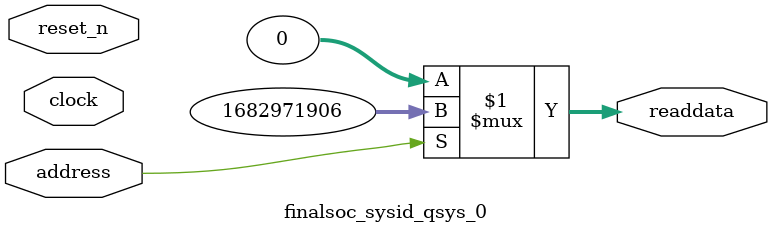
<source format=v>



// synthesis translate_off
`timescale 1ns / 1ps
// synthesis translate_on

// turn off superfluous verilog processor warnings 
// altera message_level Level1 
// altera message_off 10034 10035 10036 10037 10230 10240 10030 

module finalsoc_sysid_qsys_0 (
               // inputs:
                address,
                clock,
                reset_n,

               // outputs:
                readdata
             )
;

  output  [ 31: 0] readdata;
  input            address;
  input            clock;
  input            reset_n;

  wire    [ 31: 0] readdata;
  //control_slave, which is an e_avalon_slave
  assign readdata = address ? 1682971906 : 0;

endmodule



</source>
